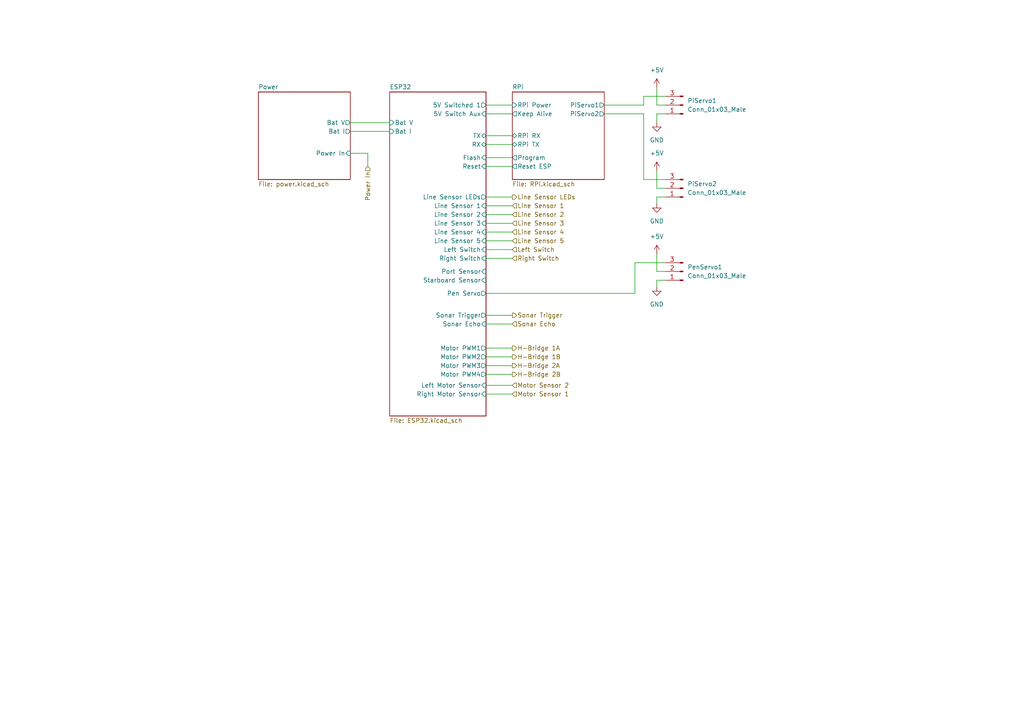
<source format=kicad_sch>
(kicad_sch (version 20210621) (generator eeschema)
  (paper "A4")
  (lib_symbols
    (symbol "Connector:Conn_01x03_Male" (pin_names (offset 1.016) hide)
      (property "Reference" "J" (at 0 5.08 0))
      (property "Value" "Conn_01x03_Male" (at 0 -5.08 0))
      (symbol "Conn_01x03_Male_1_1"
        (polyline (pts (xy 1.27 -2.54) (xy 0.8636 -2.54)) (stroke (width 0.1524)))
        (polyline (pts (xy 1.27 0) (xy 0.8636 0)) (stroke (width 0.1524)))
        (polyline (pts (xy 1.27 2.54) (xy 0.8636 2.54)) (stroke (width 0.1524)))
        (rectangle (start 0.8636 -2.413) (end 0 -2.667) (stroke (width 0.1524)) (fill (type outline)))
        (rectangle (start 0.8636 0.127) (end 0 -0.127) (stroke (width 0.1524)) (fill (type outline)))
        (rectangle (start 0.8636 2.667) (end 0 2.413) (stroke (width 0.1524)) (fill (type outline)))
        (pin passive line (at 5.08 2.54 180) (length 3.81) (name "Pin_1") (number "1"))
        (pin passive line (at 5.08 0 180) (length 3.81) (name "Pin_2") (number "2"))
        (pin passive line (at 5.08 -2.54 180) (length 3.81) (name "Pin_3") (number "3"))
      )
    )
    (symbol "power:+5V" (power) (pin_names (offset 0))
      (property "Value" "+5V" (at 0 3.556 0))
      (symbol "+5V_0_1"
        (polyline (pts (xy -0.762 1.27) (xy 0 2.54)))
        (polyline (pts (xy 0 0) (xy 0 2.54)))
        (polyline (pts (xy 0 2.54) (xy 0.762 1.27)))
      )
      (symbol "+5V_1_1"
        (pin power_in line (at 0 0 90) (length 0) hide (name "+5V") (number "1"))
      )
    )
    (symbol "power:GND" (power) (pin_names (offset 0))
      (property "Value" "GND" (at 0 -3.81 0))
      (symbol "GND_0_1"
        (polyline (pts (xy 0 0) (xy 0 -1.27) (xy 1.27 -1.27) (xy 0 -2.54) (xy -1.27 -1.27) (xy 0 -1.27)))
      )
      (symbol "GND_1_1"
        (pin power_in line (at 0 0 270) (length 0) hide (name "GND") (number "1"))
      )
    )
  )
  (wire (pts (xy 101.6 35.56) (xy 113.03 35.56)))
  (wire (pts (xy 101.6 38.1) (xy 113.03 38.1)))
  (wire (pts (xy 101.6 44.45) (xy 106.68 44.45)))
  (wire (pts (xy 106.68 44.45) (xy 106.68 48.26)))
  (wire (pts (xy 140.97 30.48) (xy 148.59 30.48)))
  (wire (pts (xy 140.97 33.02) (xy 148.59 33.02)))
  (wire (pts (xy 140.97 39.37) (xy 148.59 39.37)))
  (wire (pts (xy 140.97 41.91) (xy 148.59 41.91)))
  (wire (pts (xy 140.97 45.72) (xy 148.59 45.72)))
  (wire (pts (xy 140.97 48.26) (xy 148.59 48.26)))
  (wire (pts (xy 140.97 57.15) (xy 148.59 57.15)))
  (wire (pts (xy 140.97 59.69) (xy 148.59 59.69)))
  (wire (pts (xy 140.97 62.23) (xy 148.59 62.23)))
  (wire (pts (xy 140.97 64.77) (xy 148.59 64.77)))
  (wire (pts (xy 140.97 67.31) (xy 148.59 67.31)))
  (wire (pts (xy 140.97 69.85) (xy 148.59 69.85)))
  (wire (pts (xy 140.97 72.39) (xy 148.59 72.39)))
  (wire (pts (xy 140.97 74.93) (xy 148.59 74.93)))
  (wire (pts (xy 140.97 85.09) (xy 184.15 85.09)))
  (wire (pts (xy 140.97 91.44) (xy 148.59 91.44)))
  (wire (pts (xy 140.97 93.98) (xy 148.59 93.98)))
  (wire (pts (xy 140.97 100.965) (xy 148.59 100.965)))
  (wire (pts (xy 140.97 103.505) (xy 148.59 103.505)))
  (wire (pts (xy 140.97 106.045) (xy 148.59 106.045)))
  (wire (pts (xy 140.97 108.585) (xy 148.59 108.585)))
  (wire (pts (xy 140.97 111.76) (xy 148.59 111.76)))
  (wire (pts (xy 140.97 114.3) (xy 148.59 114.3)))
  (wire (pts (xy 175.26 30.48) (xy 186.69 30.48)))
  (wire (pts (xy 175.26 33.02) (xy 186.69 33.02)))
  (wire (pts (xy 184.15 76.2) (xy 184.15 85.09)))
  (wire (pts (xy 184.15 76.2) (xy 193.04 76.2)))
  (wire (pts (xy 186.69 27.94) (xy 186.69 30.48)))
  (wire (pts (xy 186.69 52.07) (xy 186.69 33.02)))
  (wire (pts (xy 190.5 25.4) (xy 190.5 30.48)))
  (wire (pts (xy 190.5 30.48) (xy 193.04 30.48)))
  (wire (pts (xy 190.5 33.02) (xy 193.04 33.02)))
  (wire (pts (xy 190.5 35.56) (xy 190.5 33.02)))
  (wire (pts (xy 190.5 54.61) (xy 190.5 49.53)))
  (wire (pts (xy 190.5 57.15) (xy 190.5 59.055)))
  (wire (pts (xy 190.5 57.15) (xy 193.04 57.15)))
  (wire (pts (xy 190.5 78.74) (xy 190.5 73.66)))
  (wire (pts (xy 190.5 81.28) (xy 190.5 83.185)))
  (wire (pts (xy 190.5 81.28) (xy 193.04 81.28)))
  (wire (pts (xy 193.04 27.94) (xy 186.69 27.94)))
  (wire (pts (xy 193.04 52.07) (xy 186.69 52.07)))
  (wire (pts (xy 193.04 54.61) (xy 190.5 54.61)))
  (wire (pts (xy 193.04 78.74) (xy 190.5 78.74)))
  (hierarchical_label "Power In" (shape input) (at 106.68 48.26 270))
  (hierarchical_label "Line Sensor LEDs" (shape output) (at 148.59 57.15 0))
  (hierarchical_label "Line Sensor 1" (shape input) (at 148.59 59.69 0))
  (hierarchical_label "Line Sensor 2" (shape input) (at 148.59 62.23 0))
  (hierarchical_label "Line Sensor 3" (shape input) (at 148.59 64.77 0))
  (hierarchical_label "Line Sensor 4" (shape input) (at 148.59 67.31 0))
  (hierarchical_label "Line Sensor 5" (shape input) (at 148.59 69.85 0))
  (hierarchical_label "Left Switch" (shape input) (at 148.59 72.39 0))
  (hierarchical_label "Right Switch" (shape input) (at 148.59 74.93 0))
  (hierarchical_label "Sonar Trigger" (shape output) (at 148.59 91.44 0))
  (hierarchical_label "Sonar Echo" (shape input) (at 148.59 93.98 0))
  (hierarchical_label "H-Bridge 1A" (shape output) (at 148.59 100.965 0))
  (hierarchical_label "H-Bridge 1B" (shape output) (at 148.59 103.505 0))
  (hierarchical_label "H-Bridge 2A" (shape output) (at 148.59 106.045 0))
  (hierarchical_label "H-Bridge 2B" (shape output) (at 148.59 108.585 0))
  (hierarchical_label "Motor Sensor 2" (shape input) (at 148.59 111.76 0))
  (hierarchical_label "Motor Sensor 1" (shape input) (at 148.59 114.3 0))
  (symbol (lib_id "power:+5V") (at 190.5 25.4 0) (unit 1)
    (property "Reference" "#PWR0104" (effects hide))
    (property "Value" "+5V" (at 190.5 20.32 0))
  )
  (symbol (lib_id "power:+5V") (at 190.5 49.53 0) (unit 1)
    (property "Reference" "#PWR0103" (effects hide))
    (property "Value" "+5V" (at 190.5 44.45 0))
  )
  (symbol (lib_id "power:+5V") (at 190.5 73.66 0) (unit 1)
    (property "Reference" "#PWR04" (effects hide))
    (property "Value" "+5V" (at 190.5 68.58 0))
  )
  (symbol (lib_id "power:GND") (at 190.5 35.56 0) (unit 1)
    (property "Reference" "#PWR0105" (effects hide))
    (property "Value" "GND" (at 190.5 40.64 0))
  )
  (symbol (lib_id "power:GND") (at 190.5 59.055 0) (unit 1)
    (property "Reference" "#PWR0106" (effects hide))
    (property "Value" "GND" (at 190.5 64.135 0))
  )
  (symbol (lib_id "power:GND") (at 190.5 83.185 0) (unit 1)
    (property "Reference" "#PWR05" (effects hide))
    (property "Value" "GND" (at 190.5 88.265 0))
  )
  (symbol (lib_id "Connector:Conn_01x03_Male") (at 198.12 30.48 180) (unit 1)
    (property "Reference" "PiServo1" (at 199.39 29.2099 0) (effects (justify right)))
    (property "Value" "Conn_01x03_Male" (at 199.39 31.7499 0) (effects (justify right)))
    (property "Footprint" "Connector_PinHeader_2.54mm:PinHeader_1x03_P2.54mm_Vertical" (effects hide))
  )
  (symbol (lib_id "Connector:Conn_01x03_Male") (at 198.12 54.61 180) (unit 1)
    (property "Reference" "PiServo2" (at 199.39 53.3399 0) (effects (justify right)))
    (property "Value" "Conn_01x03_Male" (at 199.39 55.8799 0) (effects (justify right)))
    (property "Footprint" "Connector_PinHeader_2.54mm:PinHeader_1x03_P2.54mm_Vertical" (effects hide))
  )
  (symbol (lib_id "Connector:Conn_01x03_Male") (at 198.12 78.74 180) (unit 1)
    (property "Reference" "PenServo1" (at 199.39 77.4699 0) (effects (justify right)))
    (property "Value" "Conn_01x03_Male" (at 199.39 80.0099 0) (effects (justify right)))
    (property "Footprint" "Connector_PinHeader_2.54mm:PinHeader_1x03_P2.54mm_Vertical" (effects hide))
  )
  (sheet (at 113.03 26.67) (size 27.94 93.98) (stroke (width 0.1524))
    (property "Sheet name" "ESP32" (at 113.03 25.9584 0) (effects (justify left bottom)))
    (property "Sheet file" "ESP32.kicad_sch" (at 113.03 121.2346 0) (effects (justify left top)))
    (pin "Flash" input (at 140.97 45.72 0))
    (pin "TX" bidirectional (at 140.97 39.37 0))
    (pin "RX" bidirectional (at 140.97 41.91 0))
    (pin "Reset" input (at 140.97 48.26 0))
    (pin "5V Switched 1" output (at 140.97 30.48 0))
    (pin "5V Switch Aux" input (at 140.97 33.02 0))
    (pin "Motor PWM3" output (at 140.97 106.045 0))
    (pin "Motor PWM2" output (at 140.97 103.505 0))
    (pin "Motor PWM1" output (at 140.97 100.965 0))
    (pin "Motor PWM4" output (at 140.97 108.585 0))
    (pin "Sonar Trigger" output (at 140.97 91.44 0))
    (pin "Sonar Echo" input (at 140.97 93.98 0))
    (pin "Line Sensor LEDs" output (at 140.97 57.15 0))
    (pin "Port Sensor" input (at 140.97 78.74 0))
    (pin "Starboard Sensor" input (at 140.97 81.28 0))
    (pin "Line Sensor 3" input (at 140.97 64.77 0))
    (pin "Line Sensor 4" input (at 140.97 67.31 0))
    (pin "Pen Servo" output (at 140.97 85.09 0))
    (pin "Line Sensor 1" input (at 140.97 59.69 0))
    (pin "Line Sensor 2" input (at 140.97 62.23 0))
    (pin "Bat V" input (at 113.03 35.56 180))
    (pin "Bat I" input (at 113.03 38.1 180))
    (pin "Left Switch" input (at 140.97 72.39 0))
    (pin "Right Switch" input (at 140.97 74.93 0))
    (pin "Line Sensor 5" input (at 140.97 69.85 0))
    (pin "Left Motor Sensor" input (at 140.97 111.76 0))
    (pin "Right Motor Sensor" input (at 140.97 114.3 0))
  )
  (sheet (at 74.93 26.67) (size 26.67 25.4) (stroke (width 0.1524))
    (property "Sheet name" "Power" (at 74.93 25.9584 0) (effects (justify left bottom)))
    (property "Sheet file" "power.kicad_sch" (at 74.93 52.6546 0) (effects (justify left top)))
    (pin "Bat V" output (at 101.6 35.56 0))
    (pin "Bat I" output (at 101.6 38.1 0))
    (pin "Power In" input (at 101.6 44.45 0))
  )
  (sheet (at 148.59 26.67) (size 26.67 25.4) (stroke (width 0.1524))
    (property "Sheet name" "RPi" (at 148.59 25.9584 0) (effects (justify left bottom)))
    (property "Sheet file" "RPi.kicad_sch" (at 148.59 52.6546 0) (effects (justify left top)))
    (pin "RPi Power" input (at 148.59 30.48 180))
    (pin "RPi RX" bidirectional (at 148.59 39.37 180))
    (pin "RPi TX" bidirectional (at 148.59 41.91 180))
    (pin "Keep Alive" output (at 148.59 33.02 180))
    (pin "Reset ESP" output (at 148.59 48.26 180))
    (pin "Program" output (at 148.59 45.72 180))
    (pin "PiServo2" output (at 175.26 33.02 0))
    (pin "PiServo1" output (at 175.26 30.48 0))
  )
)
</source>
